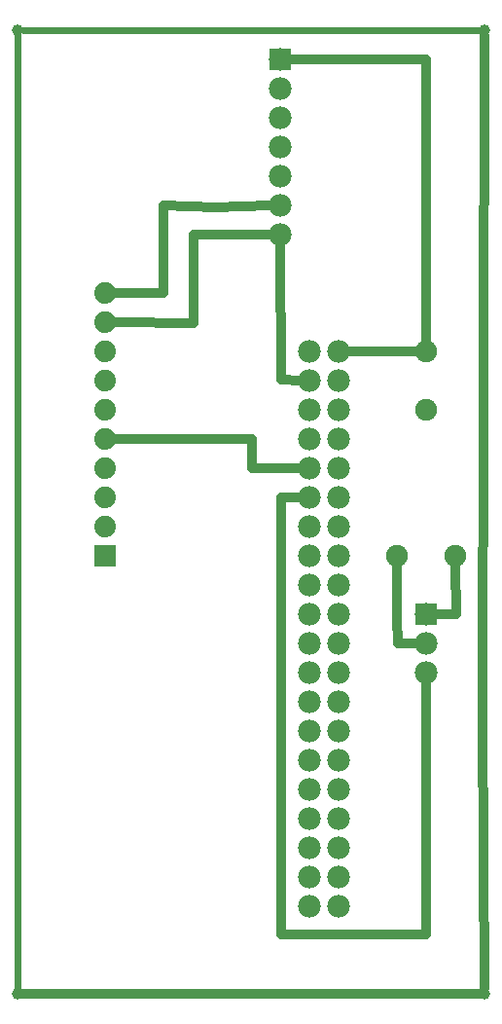
<source format=gtl>
G04 MADE WITH FRITZING*
G04 WWW.FRITZING.ORG*
G04 DOUBLE SIDED*
G04 HOLES PLATED*
G04 CONTOUR ON CENTER OF CONTOUR VECTOR*
%ASAXBY*%
%FSLAX23Y23*%
%MOIN*%
%OFA0B0*%
%SFA1.0B1.0*%
%ADD10C,0.077444*%
%ADD11C,0.074000*%
%ADD12C,0.078000*%
%ADD13C,0.075433*%
%ADD14C,0.039370*%
%ADD15R,0.074000X0.074000*%
%ADD16R,0.078000X0.078000*%
%ADD17C,0.032000*%
%ADD18C,0.024000*%
%LNCOPPER1*%
G90*
G70*
G54D10*
X5263Y2771D03*
X5263Y2671D03*
X5263Y2571D03*
X5263Y2471D03*
X5263Y2371D03*
X5263Y2271D03*
X5263Y2171D03*
X5263Y2071D03*
X5262Y1971D03*
X5263Y1871D03*
X5263Y1771D03*
X5263Y1671D03*
X5263Y1571D03*
X5263Y1471D03*
X5263Y1371D03*
X5263Y1271D03*
X5263Y1172D03*
X5263Y1071D03*
X5263Y971D03*
X5263Y871D03*
X5363Y871D03*
X5363Y971D03*
X5363Y1071D03*
X5363Y1172D03*
X5363Y1271D03*
X5363Y1371D03*
X5363Y1471D03*
X5363Y1571D03*
X5363Y1671D03*
X5363Y1771D03*
X5363Y1871D03*
X5363Y1971D03*
X5363Y2071D03*
X5363Y2171D03*
X5363Y2271D03*
X5363Y2371D03*
X5363Y2471D03*
X5363Y2571D03*
X5363Y2671D03*
X5363Y2771D03*
G54D11*
X4563Y2071D03*
X4563Y2171D03*
X4563Y2271D03*
X4563Y2371D03*
X4563Y2471D03*
X4563Y2571D03*
X4563Y2671D03*
X4563Y2771D03*
X4563Y2871D03*
X4563Y2971D03*
G54D12*
X5163Y3771D03*
X5163Y3671D03*
X5163Y3571D03*
X5163Y3471D03*
X5163Y3371D03*
X5163Y3271D03*
X5163Y3171D03*
X5663Y1871D03*
X5663Y1771D03*
X5663Y1671D03*
G54D13*
X5663Y2571D03*
X5663Y2771D03*
G54D14*
X5863Y571D03*
X5863Y3871D03*
X4263Y3871D03*
X4263Y571D03*
G54D13*
X5563Y2071D03*
X5763Y2071D03*
G54D15*
X4563Y2071D03*
G54D16*
X5163Y3771D03*
X5663Y1871D03*
G54D17*
X5464Y2772D02*
X5393Y2771D01*
D02*
X5663Y3770D02*
X5663Y2800D01*
D02*
X5193Y3771D02*
X5663Y3770D01*
D02*
X4864Y3171D02*
X4864Y2869D01*
D02*
X5133Y3171D02*
X4864Y3171D01*
D02*
X4864Y2869D02*
X4600Y2871D01*
D02*
X5127Y3270D02*
X4940Y3266D01*
D02*
X4763Y3271D02*
X4763Y2970D01*
D02*
X4763Y2970D02*
X4600Y2971D01*
D02*
X4940Y3266D02*
X4763Y3271D01*
D02*
X5165Y2673D02*
X5163Y3141D01*
D02*
X5233Y2672D02*
X5165Y2673D01*
D02*
X5065Y2472D02*
X4600Y2471D01*
D02*
X5065Y2372D02*
X5065Y2472D01*
D02*
X5233Y2371D02*
X5065Y2372D01*
D02*
X5165Y773D02*
X5663Y773D01*
D02*
X5165Y2271D02*
X5165Y773D01*
D02*
X5233Y2271D02*
X5165Y2271D01*
D02*
X5663Y773D02*
X5663Y1641D01*
D02*
X5464Y2772D02*
X5634Y2771D01*
D02*
X5844Y571D02*
X4282Y571D01*
D02*
X5863Y3852D02*
X5857Y1511D01*
D02*
X5857Y1511D02*
X5863Y590D01*
G54D18*
D02*
X4282Y3871D02*
X5844Y3871D01*
D02*
X4263Y590D02*
X4263Y3852D01*
G54D17*
D02*
X5562Y1860D02*
X5563Y2042D01*
D02*
X5633Y1771D02*
X5564Y1772D01*
D02*
X5564Y1772D02*
X5562Y1860D01*
D02*
X5693Y1871D02*
X5764Y1872D01*
D02*
X5764Y1872D02*
X5763Y2042D01*
G04 End of Copper1*
M02*
</source>
